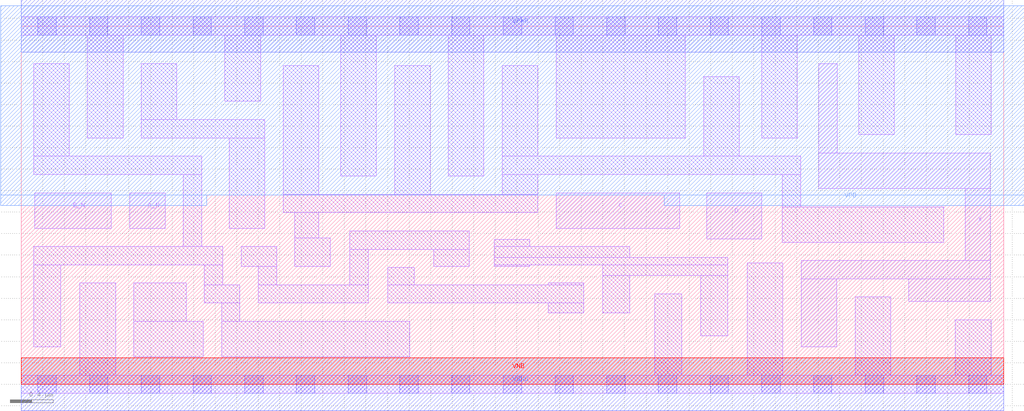
<source format=lef>
# Copyright 2020 The SkyWater PDK Authors
#
# Licensed under the Apache License, Version 2.0 (the "License");
# you may not use this file except in compliance with the License.
# You may obtain a copy of the License at
#
#     https://www.apache.org/licenses/LICENSE-2.0
#
# Unless required by applicable law or agreed to in writing, software
# distributed under the License is distributed on an "AS IS" BASIS,
# WITHOUT WARRANTIES OR CONDITIONS OF ANY KIND, either express or implied.
# See the License for the specific language governing permissions and
# limitations under the License.
#
# SPDX-License-Identifier: Apache-2.0

VERSION 5.7 ;
  NOWIREEXTENSIONATPIN ON ;
  DIVIDERCHAR "/" ;
  BUSBITCHARS "[]" ;
MACRO sky130_fd_sc_hs__and4bb_4
  CLASS CORE ;
  FOREIGN sky130_fd_sc_hs__and4bb_4 ;
  ORIGIN  0.000000  0.000000 ;
  SIZE  9.120000 BY  3.330000 ;
  SYMMETRY X Y ;
  SITE unit ;
  PIN A_N
    ANTENNAGATEAREA  0.246000 ;
    DIRECTION INPUT ;
    USE SIGNAL ;
    PORT
      LAYER li1 ;
        RECT 1.005000 1.450000 1.335000 1.780000 ;
    END
  END A_N
  PIN B_N
    ANTENNAGATEAREA  0.246000 ;
    DIRECTION INPUT ;
    USE SIGNAL ;
    PORT
      LAYER li1 ;
        RECT 0.125000 1.450000 0.835000 1.780000 ;
    END
  END B_N
  PIN C
    ANTENNAGATEAREA  0.492000 ;
    DIRECTION INPUT ;
    USE SIGNAL ;
    PORT
      LAYER li1 ;
        RECT 4.965000 1.450000 6.115000 1.780000 ;
    END
  END C
  PIN D
    ANTENNAGATEAREA  0.492000 ;
    DIRECTION INPUT ;
    USE SIGNAL ;
    PORT
      LAYER li1 ;
        RECT 6.365000 1.350000 6.875000 1.780000 ;
    END
  END D
  PIN X
    ANTENNADIFFAREA  1.116000 ;
    DIRECTION OUTPUT ;
    USE SIGNAL ;
    PORT
      LAYER li1 ;
        RECT 7.240000 0.350000 7.570000 0.980000 ;
        RECT 7.240000 0.980000 8.995000 1.150000 ;
        RECT 7.405000 1.820000 8.995000 2.150000 ;
        RECT 7.405000 2.150000 7.575000 2.980000 ;
        RECT 8.240000 0.770000 8.995000 0.980000 ;
        RECT 8.765000 1.150000 8.995000 1.820000 ;
    END
  END X
  PIN VGND
    DIRECTION INOUT ;
    USE GROUND ;
    PORT
      LAYER met1 ;
        RECT 0.000000 -0.245000 9.120000 0.245000 ;
    END
  END VGND
  PIN VNB
    DIRECTION INOUT ;
    USE GROUND ;
    PORT
      LAYER pwell ;
        RECT 0.000000 0.000000 9.120000 0.245000 ;
    END
  END VNB
  PIN VPB
    DIRECTION INOUT ;
    USE POWER ;
    PORT
      LAYER nwell ;
        RECT -0.190000 1.660000 1.720000 1.760000 ;
        RECT -0.190000 1.760000 9.310000 3.520000 ;
        RECT  5.970000 1.660000 9.310000 1.760000 ;
    END
  END VPB
  PIN VPWR
    DIRECTION INOUT ;
    USE POWER ;
    PORT
      LAYER met1 ;
        RECT 0.000000 3.085000 9.120000 3.575000 ;
    END
  END VPWR
  OBS
    LAYER li1 ;
      RECT 0.000000 -0.085000 9.120000 0.085000 ;
      RECT 0.000000  3.245000 9.120000 3.415000 ;
      RECT 0.115000  0.350000 0.365000 1.110000 ;
      RECT 0.115000  1.110000 1.870000 1.280000 ;
      RECT 0.115000  1.950000 1.675000 2.120000 ;
      RECT 0.115000  2.120000 0.445000 2.980000 ;
      RECT 0.545000  0.085000 0.875000 0.940000 ;
      RECT 0.615000  2.290000 0.945000 3.245000 ;
      RECT 1.045000  0.255000 1.690000 0.585000 ;
      RECT 1.045000  0.585000 1.530000 0.940000 ;
      RECT 1.115000  2.290000 2.260000 2.460000 ;
      RECT 1.115000  2.460000 1.445000 2.980000 ;
      RECT 1.505000  1.280000 1.675000 1.950000 ;
      RECT 1.700000  0.755000 2.030000 0.925000 ;
      RECT 1.700000  0.925000 1.870000 1.110000 ;
      RECT 1.860000  0.255000 3.605000 0.585000 ;
      RECT 1.860000  0.585000 2.030000 0.755000 ;
      RECT 1.890000  2.630000 2.225000 3.245000 ;
      RECT 1.930000  1.450000 2.260000 2.290000 ;
      RECT 2.040000  1.095000 2.370000 1.280000 ;
      RECT 2.200000  0.755000 3.220000 0.925000 ;
      RECT 2.200000  0.925000 2.370000 1.095000 ;
      RECT 2.430000  1.595000 4.795000 1.765000 ;
      RECT 2.430000  1.765000 2.760000 2.960000 ;
      RECT 2.540000  1.095000 2.870000 1.360000 ;
      RECT 2.540000  1.360000 2.760000 1.595000 ;
      RECT 2.965000  1.935000 3.295000 3.245000 ;
      RECT 3.050000  0.925000 3.220000 1.255000 ;
      RECT 3.050000  1.255000 4.160000 1.425000 ;
      RECT 3.400000  0.755000 5.220000 0.925000 ;
      RECT 3.400000  0.925000 3.650000 1.085000 ;
      RECT 3.465000  1.765000 3.795000 2.960000 ;
      RECT 3.830000  1.095000 4.160000 1.255000 ;
      RECT 3.965000  1.935000 4.295000 3.245000 ;
      RECT 4.390000  1.095000 4.720000 1.110000 ;
      RECT 4.390000  1.110000 6.560000 1.180000 ;
      RECT 4.390000  1.180000 5.650000 1.280000 ;
      RECT 4.390000  1.280000 4.720000 1.345000 ;
      RECT 4.465000  1.765000 4.795000 1.950000 ;
      RECT 4.465000  1.950000 7.235000 2.120000 ;
      RECT 4.465000  2.120000 4.795000 2.960000 ;
      RECT 4.890000  0.665000 5.220000 0.755000 ;
      RECT 4.890000  0.925000 5.220000 0.940000 ;
      RECT 4.965000  2.290000 6.165000 3.245000 ;
      RECT 5.400000  0.665000 5.650000 1.010000 ;
      RECT 5.400000  1.010000 6.560000 1.110000 ;
      RECT 5.880000  0.085000 6.130000 0.840000 ;
      RECT 6.310000  0.450000 6.560000 1.010000 ;
      RECT 6.335000  2.120000 6.665000 2.860000 ;
      RECT 6.740000  0.085000 7.070000 1.130000 ;
      RECT 6.875000  2.290000 7.205000 3.245000 ;
      RECT 7.065000  1.320000 8.565000 1.650000 ;
      RECT 7.065000  1.650000 7.235000 1.950000 ;
      RECT 7.740000  0.085000 8.070000 0.810000 ;
      RECT 7.775000  2.320000 8.105000 3.245000 ;
      RECT 8.670000  0.085000 9.005000 0.600000 ;
      RECT 8.675000  2.320000 9.005000 3.245000 ;
    LAYER mcon ;
      RECT 0.155000 -0.085000 0.325000 0.085000 ;
      RECT 0.155000  3.245000 0.325000 3.415000 ;
      RECT 0.635000 -0.085000 0.805000 0.085000 ;
      RECT 0.635000  3.245000 0.805000 3.415000 ;
      RECT 1.115000 -0.085000 1.285000 0.085000 ;
      RECT 1.115000  3.245000 1.285000 3.415000 ;
      RECT 1.595000 -0.085000 1.765000 0.085000 ;
      RECT 1.595000  3.245000 1.765000 3.415000 ;
      RECT 2.075000 -0.085000 2.245000 0.085000 ;
      RECT 2.075000  3.245000 2.245000 3.415000 ;
      RECT 2.555000 -0.085000 2.725000 0.085000 ;
      RECT 2.555000  3.245000 2.725000 3.415000 ;
      RECT 3.035000 -0.085000 3.205000 0.085000 ;
      RECT 3.035000  3.245000 3.205000 3.415000 ;
      RECT 3.515000 -0.085000 3.685000 0.085000 ;
      RECT 3.515000  3.245000 3.685000 3.415000 ;
      RECT 3.995000 -0.085000 4.165000 0.085000 ;
      RECT 3.995000  3.245000 4.165000 3.415000 ;
      RECT 4.475000 -0.085000 4.645000 0.085000 ;
      RECT 4.475000  3.245000 4.645000 3.415000 ;
      RECT 4.955000 -0.085000 5.125000 0.085000 ;
      RECT 4.955000  3.245000 5.125000 3.415000 ;
      RECT 5.435000 -0.085000 5.605000 0.085000 ;
      RECT 5.435000  3.245000 5.605000 3.415000 ;
      RECT 5.915000 -0.085000 6.085000 0.085000 ;
      RECT 5.915000  3.245000 6.085000 3.415000 ;
      RECT 6.395000 -0.085000 6.565000 0.085000 ;
      RECT 6.395000  3.245000 6.565000 3.415000 ;
      RECT 6.875000 -0.085000 7.045000 0.085000 ;
      RECT 6.875000  3.245000 7.045000 3.415000 ;
      RECT 7.355000 -0.085000 7.525000 0.085000 ;
      RECT 7.355000  3.245000 7.525000 3.415000 ;
      RECT 7.835000 -0.085000 8.005000 0.085000 ;
      RECT 7.835000  3.245000 8.005000 3.415000 ;
      RECT 8.315000 -0.085000 8.485000 0.085000 ;
      RECT 8.315000  3.245000 8.485000 3.415000 ;
      RECT 8.795000 -0.085000 8.965000 0.085000 ;
      RECT 8.795000  3.245000 8.965000 3.415000 ;
  END
END sky130_fd_sc_hs__and4bb_4
END LIBRARY

</source>
